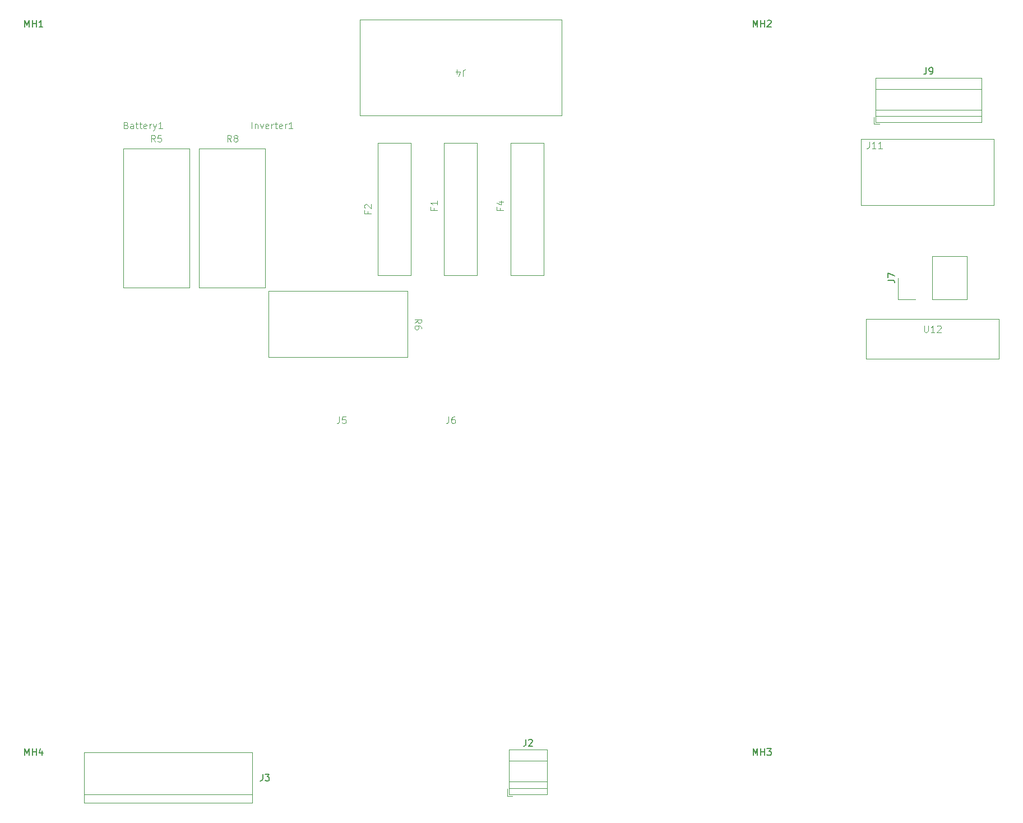
<source format=gbr>
%TF.GenerationSoftware,KiCad,Pcbnew,8.0.7-8.0.7-0~ubuntu22.04.1*%
%TF.CreationDate,2024-12-30T17:04:23+01:00*%
%TF.ProjectId,electronics,656c6563-7472-46f6-9e69-63732e6b6963,rev?*%
%TF.SameCoordinates,Original*%
%TF.FileFunction,Legend,Top*%
%TF.FilePolarity,Positive*%
%FSLAX46Y46*%
G04 Gerber Fmt 4.6, Leading zero omitted, Abs format (unit mm)*
G04 Created by KiCad (PCBNEW 8.0.7-8.0.7-0~ubuntu22.04.1) date 2024-12-30 17:04:23*
%MOMM*%
%LPD*%
G01*
G04 APERTURE LIST*
%ADD10C,0.150000*%
%ADD11C,0.100000*%
%ADD12C,0.120000*%
G04 APERTURE END LIST*
D10*
X23666667Y-21604819D02*
X23666667Y-20604819D01*
X23666667Y-20604819D02*
X24000000Y-21319104D01*
X24000000Y-21319104D02*
X24333333Y-20604819D01*
X24333333Y-20604819D02*
X24333333Y-21604819D01*
X24809524Y-21604819D02*
X24809524Y-20604819D01*
X24809524Y-21081009D02*
X25380952Y-21081009D01*
X25380952Y-21604819D02*
X25380952Y-20604819D01*
X26380952Y-21604819D02*
X25809524Y-21604819D01*
X26095238Y-21604819D02*
X26095238Y-20604819D01*
X26095238Y-20604819D02*
X26000000Y-20747676D01*
X26000000Y-20747676D02*
X25904762Y-20842914D01*
X25904762Y-20842914D02*
X25809524Y-20890533D01*
X23666667Y-131604819D02*
X23666667Y-130604819D01*
X23666667Y-130604819D02*
X24000000Y-131319104D01*
X24000000Y-131319104D02*
X24333333Y-130604819D01*
X24333333Y-130604819D02*
X24333333Y-131604819D01*
X24809524Y-131604819D02*
X24809524Y-130604819D01*
X24809524Y-131081009D02*
X25380952Y-131081009D01*
X25380952Y-131604819D02*
X25380952Y-130604819D01*
X26285714Y-130938152D02*
X26285714Y-131604819D01*
X26047619Y-130557200D02*
X25809524Y-131271485D01*
X25809524Y-131271485D02*
X26428571Y-131271485D01*
X159816666Y-27734819D02*
X159816666Y-28449104D01*
X159816666Y-28449104D02*
X159769047Y-28591961D01*
X159769047Y-28591961D02*
X159673809Y-28687200D01*
X159673809Y-28687200D02*
X159530952Y-28734819D01*
X159530952Y-28734819D02*
X159435714Y-28734819D01*
X160340476Y-28734819D02*
X160530952Y-28734819D01*
X160530952Y-28734819D02*
X160626190Y-28687200D01*
X160626190Y-28687200D02*
X160673809Y-28639580D01*
X160673809Y-28639580D02*
X160769047Y-28496723D01*
X160769047Y-28496723D02*
X160816666Y-28306247D01*
X160816666Y-28306247D02*
X160816666Y-27925295D01*
X160816666Y-27925295D02*
X160769047Y-27830057D01*
X160769047Y-27830057D02*
X160721428Y-27782438D01*
X160721428Y-27782438D02*
X160626190Y-27734819D01*
X160626190Y-27734819D02*
X160435714Y-27734819D01*
X160435714Y-27734819D02*
X160340476Y-27782438D01*
X160340476Y-27782438D02*
X160292857Y-27830057D01*
X160292857Y-27830057D02*
X160245238Y-27925295D01*
X160245238Y-27925295D02*
X160245238Y-28163390D01*
X160245238Y-28163390D02*
X160292857Y-28258628D01*
X160292857Y-28258628D02*
X160340476Y-28306247D01*
X160340476Y-28306247D02*
X160435714Y-28353866D01*
X160435714Y-28353866D02*
X160626190Y-28353866D01*
X160626190Y-28353866D02*
X160721428Y-28306247D01*
X160721428Y-28306247D02*
X160769047Y-28258628D01*
X160769047Y-28258628D02*
X160816666Y-28163390D01*
X133666667Y-131604819D02*
X133666667Y-130604819D01*
X133666667Y-130604819D02*
X134000000Y-131319104D01*
X134000000Y-131319104D02*
X134333333Y-130604819D01*
X134333333Y-130604819D02*
X134333333Y-131604819D01*
X134809524Y-131604819D02*
X134809524Y-130604819D01*
X134809524Y-131081009D02*
X135380952Y-131081009D01*
X135380952Y-131604819D02*
X135380952Y-130604819D01*
X135761905Y-130604819D02*
X136380952Y-130604819D01*
X136380952Y-130604819D02*
X136047619Y-130985771D01*
X136047619Y-130985771D02*
X136190476Y-130985771D01*
X136190476Y-130985771D02*
X136285714Y-131033390D01*
X136285714Y-131033390D02*
X136333333Y-131081009D01*
X136333333Y-131081009D02*
X136380952Y-131176247D01*
X136380952Y-131176247D02*
X136380952Y-131414342D01*
X136380952Y-131414342D02*
X136333333Y-131509580D01*
X136333333Y-131509580D02*
X136285714Y-131557200D01*
X136285714Y-131557200D02*
X136190476Y-131604819D01*
X136190476Y-131604819D02*
X135904762Y-131604819D01*
X135904762Y-131604819D02*
X135809524Y-131557200D01*
X135809524Y-131557200D02*
X135761905Y-131509580D01*
D11*
X159511905Y-66707419D02*
X159511905Y-67516942D01*
X159511905Y-67516942D02*
X159559524Y-67612180D01*
X159559524Y-67612180D02*
X159607143Y-67659800D01*
X159607143Y-67659800D02*
X159702381Y-67707419D01*
X159702381Y-67707419D02*
X159892857Y-67707419D01*
X159892857Y-67707419D02*
X159988095Y-67659800D01*
X159988095Y-67659800D02*
X160035714Y-67612180D01*
X160035714Y-67612180D02*
X160083333Y-67516942D01*
X160083333Y-67516942D02*
X160083333Y-66707419D01*
X161083333Y-67707419D02*
X160511905Y-67707419D01*
X160797619Y-67707419D02*
X160797619Y-66707419D01*
X160797619Y-66707419D02*
X160702381Y-66850276D01*
X160702381Y-66850276D02*
X160607143Y-66945514D01*
X160607143Y-66945514D02*
X160511905Y-66993133D01*
X161464286Y-66802657D02*
X161511905Y-66755038D01*
X161511905Y-66755038D02*
X161607143Y-66707419D01*
X161607143Y-66707419D02*
X161845238Y-66707419D01*
X161845238Y-66707419D02*
X161940476Y-66755038D01*
X161940476Y-66755038D02*
X161988095Y-66802657D01*
X161988095Y-66802657D02*
X162035714Y-66897895D01*
X162035714Y-66897895D02*
X162035714Y-66993133D01*
X162035714Y-66993133D02*
X161988095Y-67135990D01*
X161988095Y-67135990D02*
X161416667Y-67707419D01*
X161416667Y-67707419D02*
X162035714Y-67707419D01*
D10*
X154009819Y-59833333D02*
X154724104Y-59833333D01*
X154724104Y-59833333D02*
X154866961Y-59880952D01*
X154866961Y-59880952D02*
X154962200Y-59976190D01*
X154962200Y-59976190D02*
X155009819Y-60119047D01*
X155009819Y-60119047D02*
X155009819Y-60214285D01*
X154009819Y-59452380D02*
X154009819Y-58785714D01*
X154009819Y-58785714D02*
X155009819Y-59214285D01*
D11*
X82542580Y-66333333D02*
X83018771Y-66000000D01*
X82542580Y-65761905D02*
X83542580Y-65761905D01*
X83542580Y-65761905D02*
X83542580Y-66142857D01*
X83542580Y-66142857D02*
X83494961Y-66238095D01*
X83494961Y-66238095D02*
X83447342Y-66285714D01*
X83447342Y-66285714D02*
X83352104Y-66333333D01*
X83352104Y-66333333D02*
X83209247Y-66333333D01*
X83209247Y-66333333D02*
X83114009Y-66285714D01*
X83114009Y-66285714D02*
X83066390Y-66238095D01*
X83066390Y-66238095D02*
X83018771Y-66142857D01*
X83018771Y-66142857D02*
X83018771Y-65761905D01*
X83542580Y-67190476D02*
X83542580Y-67000000D01*
X83542580Y-67000000D02*
X83494961Y-66904762D01*
X83494961Y-66904762D02*
X83447342Y-66857143D01*
X83447342Y-66857143D02*
X83304485Y-66761905D01*
X83304485Y-66761905D02*
X83114009Y-66714286D01*
X83114009Y-66714286D02*
X82733057Y-66714286D01*
X82733057Y-66714286D02*
X82637819Y-66761905D01*
X82637819Y-66761905D02*
X82590200Y-66809524D01*
X82590200Y-66809524D02*
X82542580Y-66904762D01*
X82542580Y-66904762D02*
X82542580Y-67095238D01*
X82542580Y-67095238D02*
X82590200Y-67190476D01*
X82590200Y-67190476D02*
X82637819Y-67238095D01*
X82637819Y-67238095D02*
X82733057Y-67285714D01*
X82733057Y-67285714D02*
X82971152Y-67285714D01*
X82971152Y-67285714D02*
X83066390Y-67238095D01*
X83066390Y-67238095D02*
X83114009Y-67190476D01*
X83114009Y-67190476D02*
X83161628Y-67095238D01*
X83161628Y-67095238D02*
X83161628Y-66904762D01*
X83161628Y-66904762D02*
X83114009Y-66809524D01*
X83114009Y-66809524D02*
X83066390Y-66761905D01*
X83066390Y-66761905D02*
X82971152Y-66714286D01*
X71166666Y-80457419D02*
X71166666Y-81171704D01*
X71166666Y-81171704D02*
X71119047Y-81314561D01*
X71119047Y-81314561D02*
X71023809Y-81409800D01*
X71023809Y-81409800D02*
X70880952Y-81457419D01*
X70880952Y-81457419D02*
X70785714Y-81457419D01*
X72119047Y-80457419D02*
X71642857Y-80457419D01*
X71642857Y-80457419D02*
X71595238Y-80933609D01*
X71595238Y-80933609D02*
X71642857Y-80885990D01*
X71642857Y-80885990D02*
X71738095Y-80838371D01*
X71738095Y-80838371D02*
X71976190Y-80838371D01*
X71976190Y-80838371D02*
X72071428Y-80885990D01*
X72071428Y-80885990D02*
X72119047Y-80933609D01*
X72119047Y-80933609D02*
X72166666Y-81028847D01*
X72166666Y-81028847D02*
X72166666Y-81266942D01*
X72166666Y-81266942D02*
X72119047Y-81362180D01*
X72119047Y-81362180D02*
X72071428Y-81409800D01*
X72071428Y-81409800D02*
X71976190Y-81457419D01*
X71976190Y-81457419D02*
X71738095Y-81457419D01*
X71738095Y-81457419D02*
X71642857Y-81409800D01*
X71642857Y-81409800D02*
X71595238Y-81362180D01*
X95433609Y-48933333D02*
X95433609Y-49266666D01*
X95957419Y-49266666D02*
X94957419Y-49266666D01*
X94957419Y-49266666D02*
X94957419Y-48790476D01*
X95290752Y-47980952D02*
X95957419Y-47980952D01*
X94909800Y-48219047D02*
X95624085Y-48457142D01*
X95624085Y-48457142D02*
X95624085Y-47838095D01*
X43333333Y-38957419D02*
X43000000Y-38481228D01*
X42761905Y-38957419D02*
X42761905Y-37957419D01*
X42761905Y-37957419D02*
X43142857Y-37957419D01*
X43142857Y-37957419D02*
X43238095Y-38005038D01*
X43238095Y-38005038D02*
X43285714Y-38052657D01*
X43285714Y-38052657D02*
X43333333Y-38147895D01*
X43333333Y-38147895D02*
X43333333Y-38290752D01*
X43333333Y-38290752D02*
X43285714Y-38385990D01*
X43285714Y-38385990D02*
X43238095Y-38433609D01*
X43238095Y-38433609D02*
X43142857Y-38481228D01*
X43142857Y-38481228D02*
X42761905Y-38481228D01*
X44238095Y-37957419D02*
X43761905Y-37957419D01*
X43761905Y-37957419D02*
X43714286Y-38433609D01*
X43714286Y-38433609D02*
X43761905Y-38385990D01*
X43761905Y-38385990D02*
X43857143Y-38338371D01*
X43857143Y-38338371D02*
X44095238Y-38338371D01*
X44095238Y-38338371D02*
X44190476Y-38385990D01*
X44190476Y-38385990D02*
X44238095Y-38433609D01*
X44238095Y-38433609D02*
X44285714Y-38528847D01*
X44285714Y-38528847D02*
X44285714Y-38766942D01*
X44285714Y-38766942D02*
X44238095Y-38862180D01*
X44238095Y-38862180D02*
X44190476Y-38909800D01*
X44190476Y-38909800D02*
X44095238Y-38957419D01*
X44095238Y-38957419D02*
X43857143Y-38957419D01*
X43857143Y-38957419D02*
X43761905Y-38909800D01*
X43761905Y-38909800D02*
X43714286Y-38862180D01*
X151190476Y-38957419D02*
X151190476Y-39671704D01*
X151190476Y-39671704D02*
X151142857Y-39814561D01*
X151142857Y-39814561D02*
X151047619Y-39909800D01*
X151047619Y-39909800D02*
X150904762Y-39957419D01*
X150904762Y-39957419D02*
X150809524Y-39957419D01*
X152190476Y-39957419D02*
X151619048Y-39957419D01*
X151904762Y-39957419D02*
X151904762Y-38957419D01*
X151904762Y-38957419D02*
X151809524Y-39100276D01*
X151809524Y-39100276D02*
X151714286Y-39195514D01*
X151714286Y-39195514D02*
X151619048Y-39243133D01*
X153142857Y-39957419D02*
X152571429Y-39957419D01*
X152857143Y-39957419D02*
X152857143Y-38957419D01*
X152857143Y-38957419D02*
X152761905Y-39100276D01*
X152761905Y-39100276D02*
X152666667Y-39195514D01*
X152666667Y-39195514D02*
X152571429Y-39243133D01*
X89833333Y-29042580D02*
X89833333Y-28328295D01*
X89833333Y-28328295D02*
X89880952Y-28185438D01*
X89880952Y-28185438D02*
X89976190Y-28090200D01*
X89976190Y-28090200D02*
X90119047Y-28042580D01*
X90119047Y-28042580D02*
X90214285Y-28042580D01*
X88928571Y-28709247D02*
X88928571Y-28042580D01*
X89166666Y-29090200D02*
X89404761Y-28375914D01*
X89404761Y-28375914D02*
X88785714Y-28375914D01*
D10*
X59591666Y-134454819D02*
X59591666Y-135169104D01*
X59591666Y-135169104D02*
X59544047Y-135311961D01*
X59544047Y-135311961D02*
X59448809Y-135407200D01*
X59448809Y-135407200D02*
X59305952Y-135454819D01*
X59305952Y-135454819D02*
X59210714Y-135454819D01*
X59972619Y-134454819D02*
X60591666Y-134454819D01*
X60591666Y-134454819D02*
X60258333Y-134835771D01*
X60258333Y-134835771D02*
X60401190Y-134835771D01*
X60401190Y-134835771D02*
X60496428Y-134883390D01*
X60496428Y-134883390D02*
X60544047Y-134931009D01*
X60544047Y-134931009D02*
X60591666Y-135026247D01*
X60591666Y-135026247D02*
X60591666Y-135264342D01*
X60591666Y-135264342D02*
X60544047Y-135359580D01*
X60544047Y-135359580D02*
X60496428Y-135407200D01*
X60496428Y-135407200D02*
X60401190Y-135454819D01*
X60401190Y-135454819D02*
X60115476Y-135454819D01*
X60115476Y-135454819D02*
X60020238Y-135407200D01*
X60020238Y-135407200D02*
X59972619Y-135359580D01*
D11*
X54833333Y-38957419D02*
X54500000Y-38481228D01*
X54261905Y-38957419D02*
X54261905Y-37957419D01*
X54261905Y-37957419D02*
X54642857Y-37957419D01*
X54642857Y-37957419D02*
X54738095Y-38005038D01*
X54738095Y-38005038D02*
X54785714Y-38052657D01*
X54785714Y-38052657D02*
X54833333Y-38147895D01*
X54833333Y-38147895D02*
X54833333Y-38290752D01*
X54833333Y-38290752D02*
X54785714Y-38385990D01*
X54785714Y-38385990D02*
X54738095Y-38433609D01*
X54738095Y-38433609D02*
X54642857Y-38481228D01*
X54642857Y-38481228D02*
X54261905Y-38481228D01*
X55404762Y-38385990D02*
X55309524Y-38338371D01*
X55309524Y-38338371D02*
X55261905Y-38290752D01*
X55261905Y-38290752D02*
X55214286Y-38195514D01*
X55214286Y-38195514D02*
X55214286Y-38147895D01*
X55214286Y-38147895D02*
X55261905Y-38052657D01*
X55261905Y-38052657D02*
X55309524Y-38005038D01*
X55309524Y-38005038D02*
X55404762Y-37957419D01*
X55404762Y-37957419D02*
X55595238Y-37957419D01*
X55595238Y-37957419D02*
X55690476Y-38005038D01*
X55690476Y-38005038D02*
X55738095Y-38052657D01*
X55738095Y-38052657D02*
X55785714Y-38147895D01*
X55785714Y-38147895D02*
X55785714Y-38195514D01*
X55785714Y-38195514D02*
X55738095Y-38290752D01*
X55738095Y-38290752D02*
X55690476Y-38338371D01*
X55690476Y-38338371D02*
X55595238Y-38385990D01*
X55595238Y-38385990D02*
X55404762Y-38385990D01*
X55404762Y-38385990D02*
X55309524Y-38433609D01*
X55309524Y-38433609D02*
X55261905Y-38481228D01*
X55261905Y-38481228D02*
X55214286Y-38576466D01*
X55214286Y-38576466D02*
X55214286Y-38766942D01*
X55214286Y-38766942D02*
X55261905Y-38862180D01*
X55261905Y-38862180D02*
X55309524Y-38909800D01*
X55309524Y-38909800D02*
X55404762Y-38957419D01*
X55404762Y-38957419D02*
X55595238Y-38957419D01*
X55595238Y-38957419D02*
X55690476Y-38909800D01*
X55690476Y-38909800D02*
X55738095Y-38862180D01*
X55738095Y-38862180D02*
X55785714Y-38766942D01*
X55785714Y-38766942D02*
X55785714Y-38576466D01*
X55785714Y-38576466D02*
X55738095Y-38481228D01*
X55738095Y-38481228D02*
X55690476Y-38433609D01*
X55690476Y-38433609D02*
X55595238Y-38385990D01*
D10*
X99341666Y-129209819D02*
X99341666Y-129924104D01*
X99341666Y-129924104D02*
X99294047Y-130066961D01*
X99294047Y-130066961D02*
X99198809Y-130162200D01*
X99198809Y-130162200D02*
X99055952Y-130209819D01*
X99055952Y-130209819D02*
X98960714Y-130209819D01*
X99770238Y-129305057D02*
X99817857Y-129257438D01*
X99817857Y-129257438D02*
X99913095Y-129209819D01*
X99913095Y-129209819D02*
X100151190Y-129209819D01*
X100151190Y-129209819D02*
X100246428Y-129257438D01*
X100246428Y-129257438D02*
X100294047Y-129305057D01*
X100294047Y-129305057D02*
X100341666Y-129400295D01*
X100341666Y-129400295D02*
X100341666Y-129495533D01*
X100341666Y-129495533D02*
X100294047Y-129638390D01*
X100294047Y-129638390D02*
X99722619Y-130209819D01*
X99722619Y-130209819D02*
X100341666Y-130209819D01*
D11*
X87666666Y-80457419D02*
X87666666Y-81171704D01*
X87666666Y-81171704D02*
X87619047Y-81314561D01*
X87619047Y-81314561D02*
X87523809Y-81409800D01*
X87523809Y-81409800D02*
X87380952Y-81457419D01*
X87380952Y-81457419D02*
X87285714Y-81457419D01*
X88571428Y-80457419D02*
X88380952Y-80457419D01*
X88380952Y-80457419D02*
X88285714Y-80505038D01*
X88285714Y-80505038D02*
X88238095Y-80552657D01*
X88238095Y-80552657D02*
X88142857Y-80695514D01*
X88142857Y-80695514D02*
X88095238Y-80885990D01*
X88095238Y-80885990D02*
X88095238Y-81266942D01*
X88095238Y-81266942D02*
X88142857Y-81362180D01*
X88142857Y-81362180D02*
X88190476Y-81409800D01*
X88190476Y-81409800D02*
X88285714Y-81457419D01*
X88285714Y-81457419D02*
X88476190Y-81457419D01*
X88476190Y-81457419D02*
X88571428Y-81409800D01*
X88571428Y-81409800D02*
X88619047Y-81362180D01*
X88619047Y-81362180D02*
X88666666Y-81266942D01*
X88666666Y-81266942D02*
X88666666Y-81028847D01*
X88666666Y-81028847D02*
X88619047Y-80933609D01*
X88619047Y-80933609D02*
X88571428Y-80885990D01*
X88571428Y-80885990D02*
X88476190Y-80838371D01*
X88476190Y-80838371D02*
X88285714Y-80838371D01*
X88285714Y-80838371D02*
X88190476Y-80885990D01*
X88190476Y-80885990D02*
X88142857Y-80933609D01*
X88142857Y-80933609D02*
X88095238Y-81028847D01*
X85433609Y-48933333D02*
X85433609Y-49266666D01*
X85957419Y-49266666D02*
X84957419Y-49266666D01*
X84957419Y-49266666D02*
X84957419Y-48790476D01*
X85957419Y-47885714D02*
X85957419Y-48457142D01*
X85957419Y-48171428D02*
X84957419Y-48171428D01*
X84957419Y-48171428D02*
X85100276Y-48266666D01*
X85100276Y-48266666D02*
X85195514Y-48361904D01*
X85195514Y-48361904D02*
X85243133Y-48457142D01*
X38952380Y-36433609D02*
X39095237Y-36481228D01*
X39095237Y-36481228D02*
X39142856Y-36528847D01*
X39142856Y-36528847D02*
X39190475Y-36624085D01*
X39190475Y-36624085D02*
X39190475Y-36766942D01*
X39190475Y-36766942D02*
X39142856Y-36862180D01*
X39142856Y-36862180D02*
X39095237Y-36909800D01*
X39095237Y-36909800D02*
X38999999Y-36957419D01*
X38999999Y-36957419D02*
X38619047Y-36957419D01*
X38619047Y-36957419D02*
X38619047Y-35957419D01*
X38619047Y-35957419D02*
X38952380Y-35957419D01*
X38952380Y-35957419D02*
X39047618Y-36005038D01*
X39047618Y-36005038D02*
X39095237Y-36052657D01*
X39095237Y-36052657D02*
X39142856Y-36147895D01*
X39142856Y-36147895D02*
X39142856Y-36243133D01*
X39142856Y-36243133D02*
X39095237Y-36338371D01*
X39095237Y-36338371D02*
X39047618Y-36385990D01*
X39047618Y-36385990D02*
X38952380Y-36433609D01*
X38952380Y-36433609D02*
X38619047Y-36433609D01*
X40047618Y-36957419D02*
X40047618Y-36433609D01*
X40047618Y-36433609D02*
X39999999Y-36338371D01*
X39999999Y-36338371D02*
X39904761Y-36290752D01*
X39904761Y-36290752D02*
X39714285Y-36290752D01*
X39714285Y-36290752D02*
X39619047Y-36338371D01*
X40047618Y-36909800D02*
X39952380Y-36957419D01*
X39952380Y-36957419D02*
X39714285Y-36957419D01*
X39714285Y-36957419D02*
X39619047Y-36909800D01*
X39619047Y-36909800D02*
X39571428Y-36814561D01*
X39571428Y-36814561D02*
X39571428Y-36719323D01*
X39571428Y-36719323D02*
X39619047Y-36624085D01*
X39619047Y-36624085D02*
X39714285Y-36576466D01*
X39714285Y-36576466D02*
X39952380Y-36576466D01*
X39952380Y-36576466D02*
X40047618Y-36528847D01*
X40380952Y-36290752D02*
X40761904Y-36290752D01*
X40523809Y-35957419D02*
X40523809Y-36814561D01*
X40523809Y-36814561D02*
X40571428Y-36909800D01*
X40571428Y-36909800D02*
X40666666Y-36957419D01*
X40666666Y-36957419D02*
X40761904Y-36957419D01*
X40952381Y-36290752D02*
X41333333Y-36290752D01*
X41095238Y-35957419D02*
X41095238Y-36814561D01*
X41095238Y-36814561D02*
X41142857Y-36909800D01*
X41142857Y-36909800D02*
X41238095Y-36957419D01*
X41238095Y-36957419D02*
X41333333Y-36957419D01*
X42047619Y-36909800D02*
X41952381Y-36957419D01*
X41952381Y-36957419D02*
X41761905Y-36957419D01*
X41761905Y-36957419D02*
X41666667Y-36909800D01*
X41666667Y-36909800D02*
X41619048Y-36814561D01*
X41619048Y-36814561D02*
X41619048Y-36433609D01*
X41619048Y-36433609D02*
X41666667Y-36338371D01*
X41666667Y-36338371D02*
X41761905Y-36290752D01*
X41761905Y-36290752D02*
X41952381Y-36290752D01*
X41952381Y-36290752D02*
X42047619Y-36338371D01*
X42047619Y-36338371D02*
X42095238Y-36433609D01*
X42095238Y-36433609D02*
X42095238Y-36528847D01*
X42095238Y-36528847D02*
X41619048Y-36624085D01*
X42523810Y-36957419D02*
X42523810Y-36290752D01*
X42523810Y-36481228D02*
X42571429Y-36385990D01*
X42571429Y-36385990D02*
X42619048Y-36338371D01*
X42619048Y-36338371D02*
X42714286Y-36290752D01*
X42714286Y-36290752D02*
X42809524Y-36290752D01*
X43047620Y-36290752D02*
X43285715Y-36957419D01*
X43523810Y-36290752D02*
X43285715Y-36957419D01*
X43285715Y-36957419D02*
X43190477Y-37195514D01*
X43190477Y-37195514D02*
X43142858Y-37243133D01*
X43142858Y-37243133D02*
X43047620Y-37290752D01*
X44428572Y-36957419D02*
X43857144Y-36957419D01*
X44142858Y-36957419D02*
X44142858Y-35957419D01*
X44142858Y-35957419D02*
X44047620Y-36100276D01*
X44047620Y-36100276D02*
X43952382Y-36195514D01*
X43952382Y-36195514D02*
X43857144Y-36243133D01*
X57928571Y-36957419D02*
X57928571Y-35957419D01*
X58404761Y-36290752D02*
X58404761Y-36957419D01*
X58404761Y-36385990D02*
X58452380Y-36338371D01*
X58452380Y-36338371D02*
X58547618Y-36290752D01*
X58547618Y-36290752D02*
X58690475Y-36290752D01*
X58690475Y-36290752D02*
X58785713Y-36338371D01*
X58785713Y-36338371D02*
X58833332Y-36433609D01*
X58833332Y-36433609D02*
X58833332Y-36957419D01*
X59214285Y-36290752D02*
X59452380Y-36957419D01*
X59452380Y-36957419D02*
X59690475Y-36290752D01*
X60452380Y-36909800D02*
X60357142Y-36957419D01*
X60357142Y-36957419D02*
X60166666Y-36957419D01*
X60166666Y-36957419D02*
X60071428Y-36909800D01*
X60071428Y-36909800D02*
X60023809Y-36814561D01*
X60023809Y-36814561D02*
X60023809Y-36433609D01*
X60023809Y-36433609D02*
X60071428Y-36338371D01*
X60071428Y-36338371D02*
X60166666Y-36290752D01*
X60166666Y-36290752D02*
X60357142Y-36290752D01*
X60357142Y-36290752D02*
X60452380Y-36338371D01*
X60452380Y-36338371D02*
X60499999Y-36433609D01*
X60499999Y-36433609D02*
X60499999Y-36528847D01*
X60499999Y-36528847D02*
X60023809Y-36624085D01*
X60928571Y-36957419D02*
X60928571Y-36290752D01*
X60928571Y-36481228D02*
X60976190Y-36385990D01*
X60976190Y-36385990D02*
X61023809Y-36338371D01*
X61023809Y-36338371D02*
X61119047Y-36290752D01*
X61119047Y-36290752D02*
X61214285Y-36290752D01*
X61404762Y-36290752D02*
X61785714Y-36290752D01*
X61547619Y-35957419D02*
X61547619Y-36814561D01*
X61547619Y-36814561D02*
X61595238Y-36909800D01*
X61595238Y-36909800D02*
X61690476Y-36957419D01*
X61690476Y-36957419D02*
X61785714Y-36957419D01*
X62500000Y-36909800D02*
X62404762Y-36957419D01*
X62404762Y-36957419D02*
X62214286Y-36957419D01*
X62214286Y-36957419D02*
X62119048Y-36909800D01*
X62119048Y-36909800D02*
X62071429Y-36814561D01*
X62071429Y-36814561D02*
X62071429Y-36433609D01*
X62071429Y-36433609D02*
X62119048Y-36338371D01*
X62119048Y-36338371D02*
X62214286Y-36290752D01*
X62214286Y-36290752D02*
X62404762Y-36290752D01*
X62404762Y-36290752D02*
X62500000Y-36338371D01*
X62500000Y-36338371D02*
X62547619Y-36433609D01*
X62547619Y-36433609D02*
X62547619Y-36528847D01*
X62547619Y-36528847D02*
X62071429Y-36624085D01*
X62976191Y-36957419D02*
X62976191Y-36290752D01*
X62976191Y-36481228D02*
X63023810Y-36385990D01*
X63023810Y-36385990D02*
X63071429Y-36338371D01*
X63071429Y-36338371D02*
X63166667Y-36290752D01*
X63166667Y-36290752D02*
X63261905Y-36290752D01*
X64119048Y-36957419D02*
X63547620Y-36957419D01*
X63833334Y-36957419D02*
X63833334Y-35957419D01*
X63833334Y-35957419D02*
X63738096Y-36100276D01*
X63738096Y-36100276D02*
X63642858Y-36195514D01*
X63642858Y-36195514D02*
X63547620Y-36243133D01*
X75433609Y-49433333D02*
X75433609Y-49766666D01*
X75957419Y-49766666D02*
X74957419Y-49766666D01*
X74957419Y-49766666D02*
X74957419Y-49290476D01*
X75052657Y-48957142D02*
X75005038Y-48909523D01*
X75005038Y-48909523D02*
X74957419Y-48814285D01*
X74957419Y-48814285D02*
X74957419Y-48576190D01*
X74957419Y-48576190D02*
X75005038Y-48480952D01*
X75005038Y-48480952D02*
X75052657Y-48433333D01*
X75052657Y-48433333D02*
X75147895Y-48385714D01*
X75147895Y-48385714D02*
X75243133Y-48385714D01*
X75243133Y-48385714D02*
X75385990Y-48433333D01*
X75385990Y-48433333D02*
X75957419Y-49004761D01*
X75957419Y-49004761D02*
X75957419Y-48385714D01*
D10*
X133666667Y-21604819D02*
X133666667Y-20604819D01*
X133666667Y-20604819D02*
X134000000Y-21319104D01*
X134000000Y-21319104D02*
X134333333Y-20604819D01*
X134333333Y-20604819D02*
X134333333Y-21604819D01*
X134809524Y-21604819D02*
X134809524Y-20604819D01*
X134809524Y-21081009D02*
X135380952Y-21081009D01*
X135380952Y-21604819D02*
X135380952Y-20604819D01*
X135809524Y-20700057D02*
X135857143Y-20652438D01*
X135857143Y-20652438D02*
X135952381Y-20604819D01*
X135952381Y-20604819D02*
X136190476Y-20604819D01*
X136190476Y-20604819D02*
X136285714Y-20652438D01*
X136285714Y-20652438D02*
X136333333Y-20700057D01*
X136333333Y-20700057D02*
X136380952Y-20795295D01*
X136380952Y-20795295D02*
X136380952Y-20890533D01*
X136380952Y-20890533D02*
X136333333Y-21033390D01*
X136333333Y-21033390D02*
X135761905Y-21604819D01*
X135761905Y-21604819D02*
X136380952Y-21604819D01*
D12*
%TO.C,J9*%
X151920000Y-35220000D02*
X151920000Y-36260000D01*
X151920000Y-36260000D02*
X152720000Y-36260000D01*
X152160000Y-29280000D02*
X152160000Y-36020000D01*
X152160000Y-29280000D02*
X168140000Y-29280000D01*
X152160000Y-30999000D02*
X168140000Y-30999000D01*
X152160000Y-34100000D02*
X168140000Y-34100000D01*
X152160000Y-35100000D02*
X168140000Y-35100000D01*
X152160000Y-36020000D02*
X168140000Y-36020000D01*
X168140000Y-29280000D02*
X168140000Y-36020000D01*
%TO.C,U12*%
D11*
X150750000Y-65750000D02*
X170750000Y-65750000D01*
X170750000Y-71750000D01*
X150750000Y-71750000D01*
X150750000Y-65750000D01*
D12*
%TO.C,J7*%
X155555000Y-62785000D02*
X155555000Y-59500000D01*
X158205000Y-62785000D02*
X155555000Y-62785000D01*
X160745000Y-56215000D02*
X165935000Y-56215000D01*
X160745000Y-62785000D02*
X160745000Y-56215000D01*
X160745000Y-62785000D02*
X165935000Y-62785000D01*
X165935000Y-62785000D02*
X165935000Y-56215000D01*
%TO.C,R6*%
D11*
X81500000Y-71500000D02*
X60500000Y-71500000D01*
X60500000Y-61500000D01*
X81500000Y-61500000D01*
X81500000Y-71500000D01*
%TO.C,F4*%
X97000000Y-59100000D02*
X102000000Y-59100000D01*
X102000000Y-39100000D01*
X97000000Y-39100000D01*
X97000000Y-59100000D01*
%TO.C,R5*%
X48500000Y-40000000D02*
X38500000Y-40000000D01*
X38500000Y-61000000D01*
X48500000Y-61000000D01*
X48500000Y-40000000D01*
%TO.C,J11*%
X150000000Y-38500000D02*
X170000000Y-38500000D01*
X170000000Y-48500000D01*
X150000000Y-48500000D01*
X150000000Y-38500000D01*
%TO.C,J4*%
X104740000Y-35000000D02*
X74260000Y-35000000D01*
X74260000Y-20500000D01*
X104740000Y-20500000D01*
X104740000Y-35000000D01*
D12*
%TO.C,J3*%
X32645000Y-131190000D02*
X32645000Y-138810000D01*
X32645000Y-131190000D02*
X58045000Y-131190000D01*
X32645000Y-137540000D02*
X58045000Y-137540000D01*
X32645000Y-138810000D02*
X58045000Y-138810000D01*
X58045000Y-131190000D02*
X58045000Y-138810000D01*
%TO.C,R8*%
D11*
X60000000Y-40000000D02*
X50000000Y-40000000D01*
X50000000Y-61000000D01*
X60000000Y-61000000D01*
X60000000Y-40000000D01*
D12*
%TO.C,J2*%
X96525000Y-136695000D02*
X96525000Y-137735000D01*
X96525000Y-137735000D02*
X97325000Y-137735000D01*
X96765000Y-130755000D02*
X96765000Y-137495000D01*
X96765000Y-130755000D02*
X102585000Y-130755000D01*
X96765000Y-132474000D02*
X102585000Y-132474000D01*
X96765000Y-135575000D02*
X102585000Y-135575000D01*
X96765000Y-136575000D02*
X102585000Y-136575000D01*
X96765000Y-137495000D02*
X102585000Y-137495000D01*
X102585000Y-130755000D02*
X102585000Y-137495000D01*
%TO.C,F1*%
D11*
X87000000Y-59100000D02*
X92000000Y-59100000D01*
X92000000Y-39100000D01*
X87000000Y-39100000D01*
X87000000Y-59100000D01*
%TO.C,F2*%
X77000000Y-59100000D02*
X82000000Y-59100000D01*
X82000000Y-39100000D01*
X77000000Y-39100000D01*
X77000000Y-59100000D01*
%TD*%
M02*

</source>
